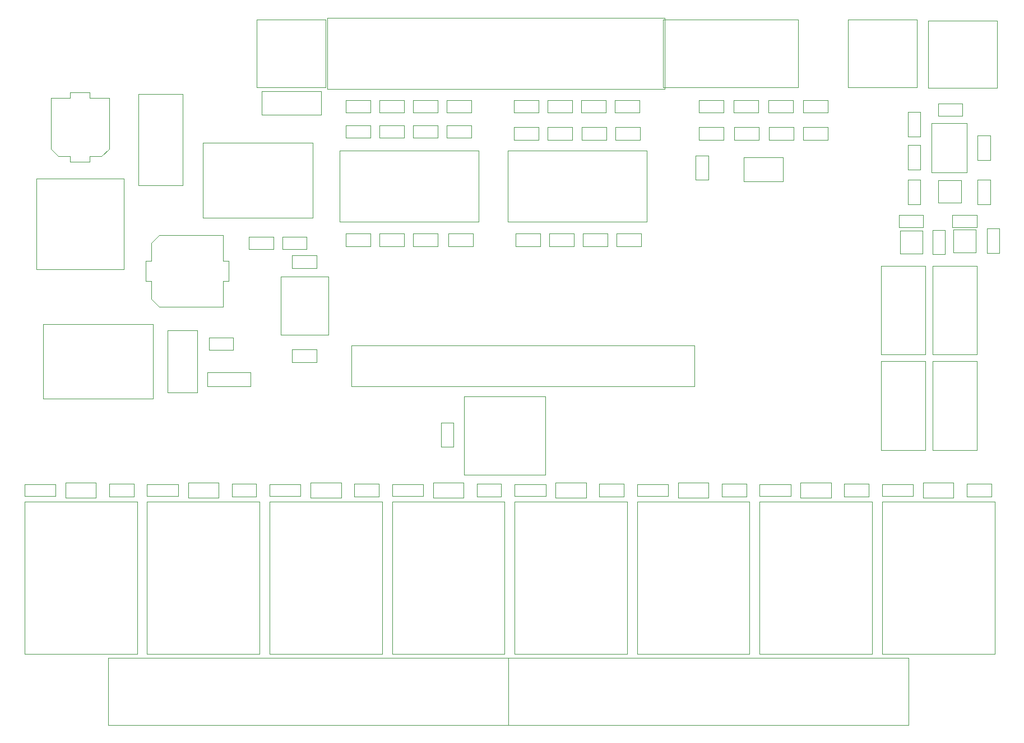
<source format=gbr>
G04 #@! TF.GenerationSoftware,KiCad,Pcbnew,5.1.2-f72e74a~84~ubuntu18.04.1*
G04 #@! TF.CreationDate,2019-07-22T16:22:56+05:30*
G04 #@! TF.ProjectId,openPlc_Rpi,6f70656e-506c-4635-9f52-70692e6b6963,rev?*
G04 #@! TF.SameCoordinates,Original*
G04 #@! TF.FileFunction,Other,User*
%FSLAX46Y46*%
G04 Gerber Fmt 4.6, Leading zero omitted, Abs format (unit mm)*
G04 Created by KiCad (PCBNEW 5.1.2-f72e74a~84~ubuntu18.04.1) date 2019-07-22 16:22:56*
%MOMM*%
%LPD*%
G04 APERTURE LIST*
%ADD10C,0.050000*%
G04 APERTURE END LIST*
D10*
X173250000Y-79650000D02*
X169550000Y-79650000D01*
X173250000Y-77750000D02*
X173250000Y-79650000D01*
X169550000Y-77750000D02*
X173250000Y-77750000D01*
X169550000Y-79650000D02*
X169550000Y-77750000D01*
X181350000Y-79650000D02*
X177650000Y-79650000D01*
X181350000Y-77750000D02*
X181350000Y-79650000D01*
X177650000Y-77750000D02*
X181350000Y-77750000D01*
X177650000Y-79650000D02*
X177650000Y-77750000D01*
X75050000Y-82950000D02*
X71350000Y-82950000D01*
X75050000Y-81050000D02*
X75050000Y-82950000D01*
X71350000Y-81050000D02*
X75050000Y-81050000D01*
X71350000Y-82950000D02*
X71350000Y-81050000D01*
X169700000Y-83650000D02*
X169700000Y-80150000D01*
X173100000Y-83650000D02*
X169700000Y-83650000D01*
X173100000Y-80150000D02*
X173100000Y-83650000D01*
X169700000Y-80150000D02*
X173100000Y-80150000D01*
X177800000Y-83450000D02*
X177800000Y-79950000D01*
X181200000Y-83450000D02*
X177800000Y-83450000D01*
X181200000Y-79950000D02*
X181200000Y-83450000D01*
X177800000Y-79950000D02*
X181200000Y-79950000D01*
X176550000Y-80027500D02*
X176550000Y-83727500D01*
X174650000Y-80027500D02*
X176550000Y-80027500D01*
X174650000Y-83727500D02*
X174650000Y-80027500D01*
X176550000Y-83727500D02*
X174650000Y-83727500D01*
X184750000Y-79827500D02*
X184750000Y-83527500D01*
X182850000Y-79827500D02*
X184750000Y-79827500D01*
X182850000Y-83527500D02*
X182850000Y-79827500D01*
X184750000Y-83527500D02*
X182850000Y-83527500D01*
X76400000Y-81050000D02*
X80100000Y-81050000D01*
X76400000Y-82950000D02*
X76400000Y-81050000D01*
X80100000Y-82950000D02*
X76400000Y-82950000D01*
X80100000Y-81050000D02*
X80100000Y-82950000D01*
X83180000Y-58760556D02*
X134180000Y-58760556D01*
X83180000Y-47950556D02*
X83180000Y-58760556D01*
X134180000Y-47950556D02*
X83180000Y-47950556D01*
X134180000Y-58760556D02*
X134180000Y-47950556D01*
X170900000Y-70925000D02*
X170900000Y-67225000D01*
X172800000Y-70925000D02*
X170900000Y-70925000D01*
X172800000Y-67225000D02*
X172800000Y-70925000D01*
X170900000Y-67225000D02*
X172800000Y-67225000D01*
X69025000Y-98176000D02*
X65325000Y-98176000D01*
X69025000Y-96276000D02*
X69025000Y-98176000D01*
X65325000Y-96276000D02*
X69025000Y-96276000D01*
X65325000Y-98176000D02*
X65325000Y-96276000D01*
X77906000Y-83886000D02*
X81606000Y-83886000D01*
X77906000Y-85786000D02*
X77906000Y-83886000D01*
X81606000Y-85786000D02*
X77906000Y-85786000D01*
X81606000Y-83886000D02*
X81606000Y-85786000D01*
X77906000Y-98110000D02*
X81606000Y-98110000D01*
X77906000Y-100010000D02*
X77906000Y-98110000D01*
X81606000Y-100010000D02*
X77906000Y-100010000D01*
X81606000Y-98110000D02*
X81606000Y-100010000D01*
X138877000Y-72462000D02*
X138877000Y-68762000D01*
X140777000Y-72462000D02*
X138877000Y-72462000D01*
X140777000Y-68762000D02*
X140777000Y-72462000D01*
X138877000Y-68762000D02*
X140777000Y-68762000D01*
X55789000Y-87733000D02*
X56639000Y-87733000D01*
X55789000Y-84733000D02*
X55789000Y-87733000D01*
X56639000Y-84733000D02*
X55789000Y-84733000D01*
X56639000Y-87733000D02*
X56639000Y-90483000D01*
X56639000Y-81983000D02*
X56639000Y-84733000D01*
X56639000Y-81983000D02*
X57789000Y-80833000D01*
X56639000Y-90483000D02*
X57789000Y-91633000D01*
X57789000Y-80833000D02*
X67439000Y-80833000D01*
X57789000Y-91633000D02*
X67439000Y-91633000D01*
X67439000Y-87733000D02*
X67439000Y-91633000D01*
X68289000Y-87733000D02*
X67439000Y-87733000D01*
X68289000Y-84733000D02*
X68289000Y-87733000D01*
X67439000Y-84733000D02*
X68289000Y-84733000D01*
X67439000Y-80833000D02*
X67439000Y-84733000D01*
X47347000Y-69766000D02*
X47347000Y-68916000D01*
X44347000Y-69766000D02*
X47347000Y-69766000D01*
X44347000Y-68916000D02*
X44347000Y-69766000D01*
X47347000Y-68916000D02*
X49097000Y-68916000D01*
X42597000Y-68916000D02*
X44347000Y-68916000D01*
X42597000Y-68916000D02*
X41447000Y-67766000D01*
X49097000Y-68916000D02*
X50247000Y-67766000D01*
X41447000Y-67766000D02*
X41447000Y-60116000D01*
X50247000Y-67766000D02*
X50247000Y-60116000D01*
X47347000Y-60116000D02*
X50247000Y-60116000D01*
X47347000Y-59266000D02*
X47347000Y-60116000D01*
X44347000Y-59266000D02*
X47347000Y-59266000D01*
X44347000Y-60116000D02*
X44347000Y-59266000D01*
X41447000Y-60116000D02*
X44347000Y-60116000D01*
X102296000Y-109148000D02*
X102296000Y-112848000D01*
X100396000Y-109148000D02*
X102296000Y-109148000D01*
X100396000Y-112848000D02*
X100396000Y-109148000D01*
X102296000Y-112848000D02*
X100396000Y-112848000D01*
X183350000Y-65775000D02*
X183350000Y-69475000D01*
X181450000Y-65775000D02*
X183350000Y-65775000D01*
X181450000Y-69475000D02*
X181450000Y-65775000D01*
X183350000Y-69475000D02*
X181450000Y-69475000D01*
X175475000Y-60925000D02*
X179175000Y-60925000D01*
X175475000Y-62825000D02*
X175475000Y-60925000D01*
X179175000Y-62825000D02*
X175475000Y-62825000D01*
X179175000Y-60925000D02*
X179175000Y-62825000D01*
X170900000Y-65900000D02*
X170900000Y-62200000D01*
X172800000Y-65900000D02*
X170900000Y-65900000D01*
X172800000Y-62200000D02*
X172800000Y-65900000D01*
X170900000Y-62200000D02*
X172800000Y-62200000D01*
X172800000Y-72450000D02*
X172800000Y-76150000D01*
X170900000Y-72450000D02*
X172800000Y-72450000D01*
X170900000Y-76150000D02*
X170900000Y-72450000D01*
X172800000Y-76150000D02*
X170900000Y-76150000D01*
X183350000Y-72450000D02*
X183350000Y-76150000D01*
X181450000Y-72450000D02*
X183350000Y-72450000D01*
X181450000Y-76150000D02*
X181450000Y-72450000D01*
X183350000Y-76150000D02*
X181450000Y-76150000D01*
X53974000Y-120330000D02*
X50274000Y-120330000D01*
X53974000Y-118430000D02*
X53974000Y-120330000D01*
X50274000Y-118430000D02*
X53974000Y-118430000D01*
X50274000Y-120330000D02*
X50274000Y-118430000D01*
X72479714Y-120330000D02*
X68779714Y-120330000D01*
X72479714Y-118430000D02*
X72479714Y-120330000D01*
X68779714Y-118430000D02*
X72479714Y-118430000D01*
X68779714Y-120330000D02*
X68779714Y-118430000D01*
X90985428Y-120330000D02*
X87285428Y-120330000D01*
X90985428Y-118430000D02*
X90985428Y-120330000D01*
X87285428Y-118430000D02*
X90985428Y-118430000D01*
X87285428Y-120330000D02*
X87285428Y-118430000D01*
X109491142Y-120330000D02*
X105791142Y-120330000D01*
X109491142Y-118430000D02*
X109491142Y-120330000D01*
X105791142Y-118430000D02*
X109491142Y-118430000D01*
X105791142Y-120330000D02*
X105791142Y-118430000D01*
X127996856Y-120330000D02*
X124296856Y-120330000D01*
X127996856Y-118430000D02*
X127996856Y-120330000D01*
X124296856Y-118430000D02*
X127996856Y-118430000D01*
X124296856Y-120330000D02*
X124296856Y-118430000D01*
X146502570Y-120330000D02*
X142802570Y-120330000D01*
X146502570Y-118430000D02*
X146502570Y-120330000D01*
X142802570Y-118430000D02*
X146502570Y-118430000D01*
X142802570Y-120330000D02*
X142802570Y-118430000D01*
X165008284Y-120330000D02*
X161308284Y-120330000D01*
X165008284Y-118430000D02*
X165008284Y-120330000D01*
X161308284Y-118430000D02*
X165008284Y-118430000D01*
X161308284Y-120330000D02*
X161308284Y-118430000D01*
X183514000Y-120330000D02*
X179814000Y-120330000D01*
X183514000Y-118430000D02*
X183514000Y-120330000D01*
X179814000Y-118430000D02*
X183514000Y-118430000D01*
X179814000Y-120330000D02*
X179814000Y-118430000D01*
X115388000Y-82484000D02*
X111688000Y-82484000D01*
X115388000Y-80584000D02*
X115388000Y-82484000D01*
X111688000Y-80584000D02*
X115388000Y-80584000D01*
X111688000Y-82484000D02*
X111688000Y-80584000D01*
X120468000Y-82484000D02*
X116768000Y-82484000D01*
X120468000Y-80584000D02*
X120468000Y-82484000D01*
X116768000Y-80584000D02*
X120468000Y-80584000D01*
X116768000Y-82484000D02*
X116768000Y-80584000D01*
X125548000Y-82484000D02*
X121848000Y-82484000D01*
X125548000Y-80584000D02*
X125548000Y-82484000D01*
X121848000Y-80584000D02*
X125548000Y-80584000D01*
X121848000Y-82484000D02*
X121848000Y-80584000D01*
X130628000Y-82484000D02*
X126928000Y-82484000D01*
X130628000Y-80584000D02*
X130628000Y-82484000D01*
X126928000Y-80584000D02*
X130628000Y-80584000D01*
X126928000Y-82484000D02*
X126928000Y-80584000D01*
X115134000Y-66399185D02*
X111434000Y-66399185D01*
X115134000Y-64499185D02*
X115134000Y-66399185D01*
X111434000Y-64499185D02*
X115134000Y-64499185D01*
X111434000Y-66399185D02*
X111434000Y-64499185D01*
X120214000Y-66399185D02*
X116514000Y-66399185D01*
X120214000Y-64499185D02*
X120214000Y-66399185D01*
X116514000Y-64499185D02*
X120214000Y-64499185D01*
X116514000Y-66399185D02*
X116514000Y-64499185D01*
X125374000Y-66399185D02*
X121674000Y-66399185D01*
X125374000Y-64499185D02*
X125374000Y-66399185D01*
X121674000Y-64499185D02*
X125374000Y-64499185D01*
X121674000Y-66399185D02*
X121674000Y-64499185D01*
X130454000Y-66399185D02*
X126754000Y-66399185D01*
X130454000Y-64499185D02*
X130454000Y-66399185D01*
X126754000Y-64499185D02*
X130454000Y-64499185D01*
X126754000Y-66399185D02*
X126754000Y-64499185D01*
X115134000Y-62297370D02*
X111434000Y-62297370D01*
X115134000Y-60397370D02*
X115134000Y-62297370D01*
X111434000Y-60397370D02*
X115134000Y-60397370D01*
X111434000Y-62297370D02*
X111434000Y-60397370D01*
X120214000Y-62297370D02*
X116514000Y-62297370D01*
X120214000Y-60397370D02*
X120214000Y-62297370D01*
X116514000Y-60397370D02*
X120214000Y-60397370D01*
X116514000Y-62297370D02*
X116514000Y-60397370D01*
X125294000Y-62297370D02*
X121594000Y-62297370D01*
X125294000Y-60397370D02*
X125294000Y-62297370D01*
X121594000Y-60397370D02*
X125294000Y-60397370D01*
X121594000Y-62297370D02*
X121594000Y-60397370D01*
X130374000Y-62297370D02*
X126674000Y-62297370D01*
X130374000Y-60397370D02*
X130374000Y-62297370D01*
X126674000Y-60397370D02*
X130374000Y-60397370D01*
X126674000Y-62297370D02*
X126674000Y-60397370D01*
X89734000Y-82484000D02*
X86034000Y-82484000D01*
X89734000Y-80584000D02*
X89734000Y-82484000D01*
X86034000Y-80584000D02*
X89734000Y-80584000D01*
X86034000Y-82484000D02*
X86034000Y-80584000D01*
X94814000Y-82484000D02*
X91114000Y-82484000D01*
X94814000Y-80584000D02*
X94814000Y-82484000D01*
X91114000Y-80584000D02*
X94814000Y-80584000D01*
X91114000Y-82484000D02*
X91114000Y-80584000D01*
X99894000Y-82484000D02*
X96194000Y-82484000D01*
X99894000Y-80584000D02*
X99894000Y-82484000D01*
X96194000Y-80584000D02*
X99894000Y-80584000D01*
X96194000Y-82484000D02*
X96194000Y-80584000D01*
X105228000Y-82484000D02*
X101528000Y-82484000D01*
X105228000Y-80584000D02*
X105228000Y-82484000D01*
X101528000Y-80584000D02*
X105228000Y-80584000D01*
X101528000Y-82484000D02*
X101528000Y-80584000D01*
X139374000Y-64499185D02*
X143074000Y-64499185D01*
X139374000Y-66399185D02*
X139374000Y-64499185D01*
X143074000Y-66399185D02*
X139374000Y-66399185D01*
X143074000Y-64499185D02*
X143074000Y-66399185D01*
X144708000Y-64499185D02*
X148408000Y-64499185D01*
X144708000Y-66399185D02*
X144708000Y-64499185D01*
X148408000Y-66399185D02*
X144708000Y-66399185D01*
X148408000Y-64499185D02*
X148408000Y-66399185D01*
X149915000Y-64499185D02*
X153615000Y-64499185D01*
X149915000Y-66399185D02*
X149915000Y-64499185D01*
X153615000Y-66399185D02*
X149915000Y-66399185D01*
X153615000Y-64499185D02*
X153615000Y-66399185D01*
X155122000Y-64499185D02*
X158822000Y-64499185D01*
X155122000Y-66399185D02*
X155122000Y-64499185D01*
X158822000Y-66399185D02*
X155122000Y-66399185D01*
X158822000Y-64499185D02*
X158822000Y-66399185D01*
X139374000Y-60397370D02*
X143074000Y-60397370D01*
X139374000Y-62297370D02*
X139374000Y-60397370D01*
X143074000Y-62297370D02*
X139374000Y-62297370D01*
X143074000Y-60397370D02*
X143074000Y-62297370D01*
X144623333Y-60397370D02*
X148323333Y-60397370D01*
X144623333Y-62297370D02*
X144623333Y-60397370D01*
X148323333Y-62297370D02*
X144623333Y-62297370D01*
X148323333Y-60397370D02*
X148323333Y-62297370D01*
X149872666Y-60397370D02*
X153572666Y-60397370D01*
X149872666Y-62297370D02*
X149872666Y-60397370D01*
X153572666Y-62297370D02*
X149872666Y-62297370D01*
X153572666Y-60397370D02*
X153572666Y-62297370D01*
X155122000Y-60397370D02*
X158822000Y-60397370D01*
X155122000Y-62297370D02*
X155122000Y-60397370D01*
X158822000Y-62297370D02*
X155122000Y-62297370D01*
X158822000Y-60397370D02*
X158822000Y-62297370D01*
X89734000Y-66109184D02*
X86034000Y-66109184D01*
X89734000Y-64209184D02*
X89734000Y-66109184D01*
X86034000Y-64209184D02*
X89734000Y-64209184D01*
X86034000Y-66109184D02*
X86034000Y-64209184D01*
X94814000Y-66109184D02*
X91114000Y-66109184D01*
X94814000Y-64209184D02*
X94814000Y-66109184D01*
X91114000Y-64209184D02*
X94814000Y-64209184D01*
X91114000Y-66109184D02*
X91114000Y-64209184D01*
X99894000Y-66109184D02*
X96194000Y-66109184D01*
X99894000Y-64209184D02*
X99894000Y-66109184D01*
X96194000Y-64209184D02*
X99894000Y-64209184D01*
X96194000Y-66109184D02*
X96194000Y-64209184D01*
X104974000Y-66109184D02*
X101274000Y-66109184D01*
X104974000Y-64209184D02*
X104974000Y-66109184D01*
X101274000Y-64209184D02*
X104974000Y-64209184D01*
X101274000Y-66109184D02*
X101274000Y-64209184D01*
X89734000Y-62297370D02*
X86034000Y-62297370D01*
X89734000Y-60397370D02*
X89734000Y-62297370D01*
X86034000Y-60397370D02*
X89734000Y-60397370D01*
X86034000Y-62297370D02*
X86034000Y-60397370D01*
X94814000Y-62297370D02*
X91114000Y-62297370D01*
X94814000Y-60397370D02*
X94814000Y-62297370D01*
X91114000Y-60397370D02*
X94814000Y-60397370D01*
X91114000Y-62297370D02*
X91114000Y-60397370D01*
X99894000Y-62297370D02*
X96194000Y-62297370D01*
X99894000Y-60397370D02*
X99894000Y-62297370D01*
X96194000Y-60397370D02*
X99894000Y-60397370D01*
X96194000Y-62297370D02*
X96194000Y-60397370D01*
X104974000Y-62297370D02*
X101274000Y-62297370D01*
X104974000Y-60397370D02*
X104974000Y-62297370D01*
X101274000Y-60397370D02*
X104974000Y-60397370D01*
X101274000Y-62297370D02*
X101274000Y-60397370D01*
X59100000Y-95226000D02*
X63600000Y-95226000D01*
X59100000Y-104626000D02*
X59100000Y-95226000D01*
X63600000Y-104626000D02*
X59100000Y-104626000D01*
X63600000Y-95226000D02*
X63600000Y-104626000D01*
X184400000Y-58575000D02*
X174000000Y-58575000D01*
X184400000Y-48375000D02*
X184400000Y-58575000D01*
X174000000Y-48375000D02*
X184400000Y-48375000D01*
X174000000Y-58575000D02*
X174000000Y-48375000D01*
X179850000Y-71355000D02*
X179850000Y-63895000D01*
X174450000Y-71355000D02*
X174450000Y-63895000D01*
X174450000Y-63895000D02*
X179850000Y-63895000D01*
X174450000Y-71355000D02*
X179850000Y-71355000D01*
X175500000Y-75900000D02*
X175500000Y-72500000D01*
X175500000Y-72500000D02*
X179000000Y-72500000D01*
X179000000Y-72500000D02*
X179000000Y-75900000D01*
X179000000Y-75900000D02*
X175500000Y-75900000D01*
X172250000Y-58450000D02*
X161850000Y-58450000D01*
X172250000Y-48250000D02*
X172250000Y-58450000D01*
X161850000Y-48250000D02*
X172250000Y-48250000D01*
X161850000Y-58450000D02*
X161850000Y-48250000D01*
X116132000Y-105175000D02*
X103832000Y-105175000D01*
X116132000Y-117075000D02*
X103832000Y-117075000D01*
X116132000Y-105175000D02*
X116132000Y-117075000D01*
X103832000Y-105175000D02*
X103832000Y-117075000D01*
X165508284Y-144152000D02*
X165508284Y-121152000D01*
X165508284Y-121152000D02*
X148508284Y-121152000D01*
X148508284Y-121152000D02*
X148508284Y-144152000D01*
X148508284Y-144152000D02*
X165508284Y-144152000D01*
X103791142Y-120540000D02*
X99191142Y-120540000D01*
X103791142Y-118220000D02*
X99191142Y-118220000D01*
X103791142Y-120540000D02*
X103791142Y-118220000D01*
X99191142Y-120540000D02*
X99191142Y-118220000D01*
X97691142Y-120280000D02*
X92991142Y-120280000D01*
X97691142Y-120280000D02*
X97691142Y-118480000D01*
X92991142Y-118480000D02*
X92991142Y-120280000D01*
X92991142Y-118480000D02*
X97691142Y-118480000D01*
X109991142Y-144152000D02*
X109991142Y-121152000D01*
X109991142Y-121152000D02*
X92991142Y-121152000D01*
X92991142Y-121152000D02*
X92991142Y-144152000D01*
X92991142Y-144152000D02*
X109991142Y-144152000D01*
X91485428Y-144152000D02*
X91485428Y-121152000D01*
X91485428Y-121152000D02*
X74485428Y-121152000D01*
X74485428Y-121152000D02*
X74485428Y-144152000D01*
X74485428Y-144152000D02*
X91485428Y-144152000D01*
X110532000Y-144714000D02*
X110532000Y-154914000D01*
X110532000Y-154914000D02*
X50132000Y-154914000D01*
X50132000Y-154914000D02*
X50132000Y-144714000D01*
X50132000Y-144714000D02*
X110532000Y-144714000D01*
X54474000Y-144152000D02*
X54474000Y-121152000D01*
X54474000Y-121152000D02*
X37474000Y-121152000D01*
X37474000Y-121152000D02*
X37474000Y-144152000D01*
X37474000Y-144152000D02*
X54474000Y-144152000D01*
X128496856Y-144152000D02*
X128496856Y-121152000D01*
X128496856Y-121152000D02*
X111496856Y-121152000D01*
X111496856Y-121152000D02*
X111496856Y-144152000D01*
X111496856Y-144152000D02*
X128496856Y-144152000D01*
X147002570Y-144152000D02*
X147002570Y-121152000D01*
X147002570Y-121152000D02*
X130002570Y-121152000D01*
X130002570Y-121152000D02*
X130002570Y-144152000D01*
X130002570Y-144152000D02*
X147002570Y-144152000D01*
X184014000Y-144152000D02*
X184014000Y-121152000D01*
X184014000Y-121152000D02*
X167014000Y-121152000D01*
X167014000Y-121152000D02*
X167014000Y-144152000D01*
X167014000Y-144152000D02*
X184014000Y-144152000D01*
X72979714Y-144152000D02*
X72979714Y-121152000D01*
X72979714Y-121152000D02*
X55979714Y-121152000D01*
X55979714Y-121152000D02*
X55979714Y-144152000D01*
X55979714Y-144152000D02*
X72979714Y-144152000D01*
X138706000Y-103654000D02*
X138706000Y-97504000D01*
X86856000Y-103654000D02*
X138706000Y-103654000D01*
X86856000Y-97504000D02*
X86856000Y-103654000D01*
X138706000Y-97504000D02*
X86856000Y-97504000D01*
X40266999Y-105576000D02*
X56906999Y-105576000D01*
X40266999Y-94276000D02*
X40266999Y-105576000D01*
X56906999Y-94276000D02*
X40266999Y-94276000D01*
X56906999Y-105576000D02*
X56906999Y-94276000D01*
X64378001Y-66867000D02*
X64378001Y-78167000D01*
X64378001Y-78167000D02*
X81018001Y-78167000D01*
X81018001Y-78167000D02*
X81018001Y-66867000D01*
X81018001Y-66867000D02*
X64378001Y-66867000D01*
X52447000Y-72261000D02*
X52447000Y-85981000D01*
X52447000Y-85981000D02*
X39247000Y-85981000D01*
X39247000Y-85981000D02*
X39247000Y-72261000D01*
X39247000Y-72261000D02*
X52447000Y-72261000D01*
X73264000Y-59083000D02*
X82264000Y-59083000D01*
X82264000Y-59083000D02*
X82264000Y-62583000D01*
X82264000Y-62583000D02*
X73264000Y-62583000D01*
X73264000Y-62583000D02*
X73264000Y-59083000D01*
X65100000Y-101576000D02*
X71600000Y-101576000D01*
X65100000Y-101576000D02*
X65100000Y-103676000D01*
X71600000Y-103676000D02*
X71600000Y-101576000D01*
X71600000Y-103676000D02*
X65100000Y-103676000D01*
X54689000Y-73321000D02*
X54689000Y-59521000D01*
X54689000Y-59521000D02*
X61389000Y-59521000D01*
X61389000Y-59521000D02*
X61389000Y-73321000D01*
X61389000Y-73321000D02*
X54689000Y-73321000D01*
X167014000Y-118480000D02*
X171714000Y-118480000D01*
X167014000Y-118480000D02*
X167014000Y-120280000D01*
X171714000Y-120280000D02*
X171714000Y-118480000D01*
X171714000Y-120280000D02*
X167014000Y-120280000D01*
X134702570Y-120280000D02*
X130002570Y-120280000D01*
X134702570Y-120280000D02*
X134702570Y-118480000D01*
X130002570Y-118480000D02*
X130002570Y-120280000D01*
X130002570Y-118480000D02*
X134702570Y-118480000D01*
X111496856Y-118480000D02*
X116196856Y-118480000D01*
X111496856Y-118480000D02*
X111496856Y-120280000D01*
X116196856Y-120280000D02*
X116196856Y-118480000D01*
X116196856Y-120280000D02*
X111496856Y-120280000D01*
X79185428Y-120280000D02*
X74485428Y-120280000D01*
X79185428Y-120280000D02*
X79185428Y-118480000D01*
X74485428Y-118480000D02*
X74485428Y-120280000D01*
X74485428Y-118480000D02*
X79185428Y-118480000D01*
X55979714Y-118480000D02*
X60679714Y-118480000D01*
X55979714Y-118480000D02*
X55979714Y-120280000D01*
X60679714Y-120280000D02*
X60679714Y-118480000D01*
X60679714Y-120280000D02*
X55979714Y-120280000D01*
X153208284Y-120280000D02*
X148508284Y-120280000D01*
X153208284Y-120280000D02*
X153208284Y-118480000D01*
X148508284Y-118480000D02*
X148508284Y-120280000D01*
X148508284Y-118480000D02*
X153208284Y-118480000D01*
X37474000Y-118480000D02*
X42174000Y-118480000D01*
X37474000Y-118480000D02*
X37474000Y-120280000D01*
X42174000Y-120280000D02*
X42174000Y-118480000D01*
X42174000Y-120280000D02*
X37474000Y-120280000D01*
X140802570Y-120540000D02*
X136202570Y-120540000D01*
X140802570Y-118220000D02*
X136202570Y-118220000D01*
X140802570Y-120540000D02*
X140802570Y-118220000D01*
X136202570Y-120540000D02*
X136202570Y-118220000D01*
X173214000Y-120540000D02*
X173214000Y-118220000D01*
X177814000Y-120540000D02*
X177814000Y-118220000D01*
X177814000Y-118220000D02*
X173214000Y-118220000D01*
X177814000Y-120540000D02*
X173214000Y-120540000D01*
X159308284Y-120540000D02*
X154708284Y-120540000D01*
X159308284Y-118220000D02*
X154708284Y-118220000D01*
X159308284Y-120540000D02*
X159308284Y-118220000D01*
X154708284Y-120540000D02*
X154708284Y-118220000D01*
X117696856Y-120540000D02*
X117696856Y-118220000D01*
X122296856Y-120540000D02*
X122296856Y-118220000D01*
X122296856Y-118220000D02*
X117696856Y-118220000D01*
X122296856Y-120540000D02*
X117696856Y-120540000D01*
X106094262Y-78756000D02*
X106094262Y-68056000D01*
X85094262Y-78756000D02*
X106094262Y-78756000D01*
X85094262Y-68056000D02*
X85094262Y-78756000D01*
X106094262Y-68056000D02*
X85094262Y-68056000D01*
X131498000Y-68056000D02*
X110498000Y-68056000D01*
X110498000Y-68056000D02*
X110498000Y-78756000D01*
X110498000Y-78756000D02*
X131498000Y-78756000D01*
X131498000Y-78756000D02*
X131498000Y-68056000D01*
X170984000Y-144714000D02*
X170984000Y-154914000D01*
X170984000Y-154914000D02*
X110584000Y-154914000D01*
X110584000Y-154914000D02*
X110584000Y-144714000D01*
X110584000Y-144714000D02*
X170984000Y-144714000D01*
X82964000Y-58450556D02*
X72564000Y-58450556D01*
X82964000Y-48250556D02*
X82964000Y-58450556D01*
X72564000Y-48250556D02*
X82964000Y-48250556D01*
X72564000Y-58450556D02*
X72564000Y-48250556D01*
X154338000Y-58450556D02*
X133938000Y-58450556D01*
X154338000Y-48250556D02*
X154338000Y-58450556D01*
X133938000Y-48250556D02*
X154338000Y-48250556D01*
X133938000Y-58450556D02*
X133938000Y-48250556D01*
X80685428Y-120540000D02*
X80685428Y-118220000D01*
X85285428Y-120540000D02*
X85285428Y-118220000D01*
X85285428Y-118220000D02*
X80685428Y-118220000D01*
X85285428Y-120540000D02*
X80685428Y-120540000D01*
X66779714Y-120540000D02*
X62179714Y-120540000D01*
X66779714Y-118220000D02*
X62179714Y-118220000D01*
X66779714Y-120540000D02*
X66779714Y-118220000D01*
X62179714Y-120540000D02*
X62179714Y-118220000D01*
X43674000Y-120540000D02*
X43674000Y-118220000D01*
X48274000Y-120540000D02*
X48274000Y-118220000D01*
X48274000Y-118220000D02*
X43674000Y-118220000D01*
X48274000Y-120540000D02*
X43674000Y-120540000D01*
X152048000Y-72666000D02*
X152048000Y-69066000D01*
X146148000Y-72666000D02*
X146148000Y-69066000D01*
X152048000Y-72666000D02*
X146148000Y-72666000D01*
X152048000Y-69066000D02*
X146148000Y-69066000D01*
X76152262Y-87111556D02*
X76152262Y-95911556D01*
X83352262Y-87111556D02*
X76152262Y-87111556D01*
X83352262Y-95911556D02*
X83352262Y-87111556D01*
X76152262Y-95911556D02*
X83352262Y-95911556D01*
X166825001Y-113299999D02*
X173575001Y-113299999D01*
X173575001Y-113299999D02*
X173575001Y-99899999D01*
X173575001Y-99899999D02*
X166825001Y-99899999D01*
X166825001Y-99899999D02*
X166825001Y-113299999D01*
X174625001Y-99899999D02*
X174625001Y-113299999D01*
X181375001Y-99899999D02*
X174625001Y-99899999D01*
X181375001Y-113299999D02*
X181375001Y-99899999D01*
X174625001Y-113299999D02*
X181375001Y-113299999D01*
X166825001Y-98849999D02*
X173575001Y-98849999D01*
X173575001Y-98849999D02*
X173575001Y-85449999D01*
X173575001Y-85449999D02*
X166825001Y-85449999D01*
X166825001Y-85449999D02*
X166825001Y-98849999D01*
X174625001Y-85449999D02*
X174625001Y-98849999D01*
X181375001Y-85449999D02*
X174625001Y-85449999D01*
X181375001Y-98849999D02*
X181375001Y-85449999D01*
X174625001Y-98849999D02*
X181375001Y-98849999D01*
M02*

</source>
